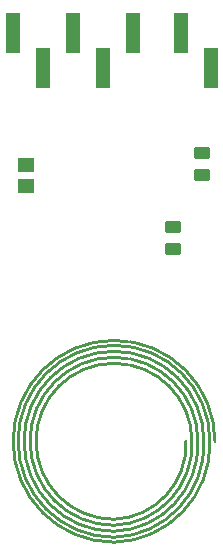
<source format=gbr>
G04*
G04 #@! TF.GenerationSoftware,Altium Limited,Altium Designer,22.4.2 (48)*
G04*
G04 Layer_Color=8421504*
%FSLAX25Y25*%
%MOIN*%
G70*
G04*
G04 #@! TF.SameCoordinates,F9A4DCB5-2B7C-4553-87A1-470B5E90004D*
G04*
G04*
G04 #@! TF.FilePolarity,Positive*
G04*
G01*
G75*
%ADD11C,0.01000*%
%ADD13C,0.01000*%
%ADD14R,0.05787X0.04567*%
G04:AMPARAMS|DCode=15|XSize=39.37mil|YSize=55.91mil|CornerRadius=4.92mil|HoleSize=0mil|Usage=FLASHONLY|Rotation=270.000|XOffset=0mil|YOffset=0mil|HoleType=Round|Shape=RoundedRectangle|*
%AMROUNDEDRECTD15*
21,1,0.03937,0.04606,0,0,270.0*
21,1,0.02953,0.05591,0,0,270.0*
1,1,0.00984,-0.02303,-0.01476*
1,1,0.00984,-0.02303,0.01476*
1,1,0.00984,0.02303,0.01476*
1,1,0.00984,0.02303,-0.01476*
%
%ADD15ROUNDEDRECTD15*%
%ADD16R,0.05000X0.13504*%
%ADD17R,0.01000X0.01000*%
D11*
X209720Y346001D02*
G03*
X177720Y378000I-32000J-0D01*
G01*
X209720Y346000D02*
G03*
X209720Y346001I-32000J0D01*
G01*
X207720Y346000D02*
G03*
X177720Y376000I-30000J-0D01*
G01*
X211365Y346000D02*
G03*
X177720Y379644I-33644J0D01*
G01*
X205720Y346000D02*
G03*
X177720Y374000I-28000J-0D01*
G01*
X203720Y346000D02*
G03*
X177720Y372000I-26000J-0D01*
G01*
Y312356D02*
G03*
X209720Y346000I-822J32822D01*
G01*
X177720Y318000D02*
G03*
X203720Y346000I-1000J27000D01*
G01*
X177720Y320000D02*
G03*
X201720Y346000I-1000J25000D01*
G01*
X177721Y314000D02*
G03*
X207720Y346000I-1000J31000D01*
G01*
X177720Y316000D02*
G03*
X205720Y346000I-1000J29000D01*
G01*
X151720D02*
G03*
X177720Y320000I26000J0D01*
G01*
X149720Y346000D02*
G03*
X177720Y318000I28000J0D01*
G01*
X147720Y346000D02*
G03*
X177720Y316000I30000J0D01*
G01*
X145720Y346000D02*
G03*
X177720Y314000I32000J0D01*
G01*
X144076Y346000D02*
G03*
X177720Y312356I33644J0D01*
G01*
X177720Y378000D02*
G03*
X145720Y346000I0J-32000D01*
G01*
X177720Y374000D02*
G03*
X149720Y346000I0J-28000D01*
G01*
X177720Y372000D02*
G03*
X151720Y346000I0J-26000D01*
G01*
X177720Y379644D02*
G03*
X144076Y346000I0J-33644D01*
G01*
X177720Y376000D02*
G03*
X147720Y346000I0J-30000D01*
G01*
D13*
X207720D02*
D03*
D14*
X148500Y437965D02*
D03*
Y431035D02*
D03*
D15*
X207000Y434819D02*
D03*
Y442181D02*
D03*
X197500Y410138D02*
D03*
Y417500D02*
D03*
D16*
X144000Y482000D02*
D03*
X154000Y470504D02*
D03*
X164000Y482000D02*
D03*
X174000Y470504D02*
D03*
X184000Y482000D02*
D03*
X210000Y470504D02*
D03*
X200000Y482000D02*
D03*
D17*
X201720Y346000D02*
D03*
X211365D02*
D03*
M02*

</source>
